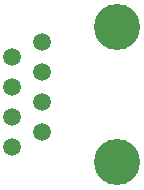
<source format=gbs>
G04*
G04 #@! TF.GenerationSoftware,Altium Limited,Altium Designer,18.1.7 (191)*
G04*
G04 Layer_Color=16711935*
%FSLAX44Y44*%
%MOMM*%
G71*
G01*
G75*
%ADD12C,3.9032*%
%ADD13C,1.5032*%
D12*
X100730Y147100D02*
D03*
Y32800D02*
D03*
D13*
X11830Y45500D02*
D03*
X37230Y58200D02*
D03*
X11830Y70900D02*
D03*
Y96300D02*
D03*
X37230Y83600D02*
D03*
X11830Y121700D02*
D03*
X37230Y109000D02*
D03*
Y134400D02*
D03*
M02*

</source>
